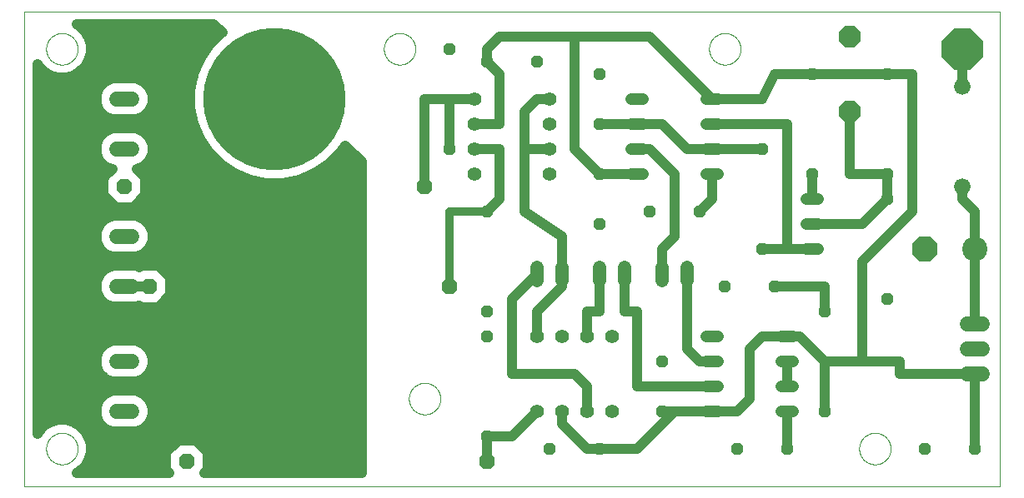
<source format=gtl>
G75*
%MOIN*%
%OFA0B0*%
%FSLAX25Y25*%
%IPPOS*%
%LPD*%
%AMOC8*
5,1,8,0,0,1.08239X$1,22.5*
%
%ADD10C,0.00000*%
%ADD11C,0.10000*%
%ADD12OC8,0.10000*%
%ADD13OC8,0.04800*%
%ADD14C,0.04800*%
%ADD15C,0.05512*%
%ADD16C,0.05400*%
%ADD17OC8,0.16400*%
%ADD18C,0.57000*%
%ADD19C,0.03562*%
%ADD20C,0.06000*%
%ADD21OC8,0.06300*%
%ADD22C,0.06600*%
%ADD23OC8,0.08500*%
%ADD24C,0.04000*%
%ADD25C,0.03200*%
D10*
X0003000Y0003000D02*
X0003000Y0193000D01*
X0393000Y0193000D01*
X0393000Y0003000D01*
X0003000Y0003000D01*
X0011701Y0018000D02*
X0011703Y0018158D01*
X0011709Y0018316D01*
X0011719Y0018474D01*
X0011733Y0018632D01*
X0011751Y0018789D01*
X0011772Y0018946D01*
X0011798Y0019102D01*
X0011828Y0019258D01*
X0011861Y0019413D01*
X0011899Y0019566D01*
X0011940Y0019719D01*
X0011985Y0019871D01*
X0012034Y0020022D01*
X0012087Y0020171D01*
X0012143Y0020319D01*
X0012203Y0020465D01*
X0012267Y0020610D01*
X0012335Y0020753D01*
X0012406Y0020895D01*
X0012480Y0021035D01*
X0012558Y0021172D01*
X0012640Y0021308D01*
X0012724Y0021442D01*
X0012813Y0021573D01*
X0012904Y0021702D01*
X0012999Y0021829D01*
X0013096Y0021954D01*
X0013197Y0022076D01*
X0013301Y0022195D01*
X0013408Y0022312D01*
X0013518Y0022426D01*
X0013631Y0022537D01*
X0013746Y0022646D01*
X0013864Y0022751D01*
X0013985Y0022853D01*
X0014108Y0022953D01*
X0014234Y0023049D01*
X0014362Y0023142D01*
X0014492Y0023232D01*
X0014625Y0023318D01*
X0014760Y0023402D01*
X0014896Y0023481D01*
X0015035Y0023558D01*
X0015176Y0023630D01*
X0015318Y0023700D01*
X0015462Y0023765D01*
X0015608Y0023827D01*
X0015755Y0023885D01*
X0015904Y0023940D01*
X0016054Y0023991D01*
X0016205Y0024038D01*
X0016357Y0024081D01*
X0016510Y0024120D01*
X0016665Y0024156D01*
X0016820Y0024187D01*
X0016976Y0024215D01*
X0017132Y0024239D01*
X0017289Y0024259D01*
X0017447Y0024275D01*
X0017604Y0024287D01*
X0017763Y0024295D01*
X0017921Y0024299D01*
X0018079Y0024299D01*
X0018237Y0024295D01*
X0018396Y0024287D01*
X0018553Y0024275D01*
X0018711Y0024259D01*
X0018868Y0024239D01*
X0019024Y0024215D01*
X0019180Y0024187D01*
X0019335Y0024156D01*
X0019490Y0024120D01*
X0019643Y0024081D01*
X0019795Y0024038D01*
X0019946Y0023991D01*
X0020096Y0023940D01*
X0020245Y0023885D01*
X0020392Y0023827D01*
X0020538Y0023765D01*
X0020682Y0023700D01*
X0020824Y0023630D01*
X0020965Y0023558D01*
X0021104Y0023481D01*
X0021240Y0023402D01*
X0021375Y0023318D01*
X0021508Y0023232D01*
X0021638Y0023142D01*
X0021766Y0023049D01*
X0021892Y0022953D01*
X0022015Y0022853D01*
X0022136Y0022751D01*
X0022254Y0022646D01*
X0022369Y0022537D01*
X0022482Y0022426D01*
X0022592Y0022312D01*
X0022699Y0022195D01*
X0022803Y0022076D01*
X0022904Y0021954D01*
X0023001Y0021829D01*
X0023096Y0021702D01*
X0023187Y0021573D01*
X0023276Y0021442D01*
X0023360Y0021308D01*
X0023442Y0021172D01*
X0023520Y0021035D01*
X0023594Y0020895D01*
X0023665Y0020753D01*
X0023733Y0020610D01*
X0023797Y0020465D01*
X0023857Y0020319D01*
X0023913Y0020171D01*
X0023966Y0020022D01*
X0024015Y0019871D01*
X0024060Y0019719D01*
X0024101Y0019566D01*
X0024139Y0019413D01*
X0024172Y0019258D01*
X0024202Y0019102D01*
X0024228Y0018946D01*
X0024249Y0018789D01*
X0024267Y0018632D01*
X0024281Y0018474D01*
X0024291Y0018316D01*
X0024297Y0018158D01*
X0024299Y0018000D01*
X0024297Y0017842D01*
X0024291Y0017684D01*
X0024281Y0017526D01*
X0024267Y0017368D01*
X0024249Y0017211D01*
X0024228Y0017054D01*
X0024202Y0016898D01*
X0024172Y0016742D01*
X0024139Y0016587D01*
X0024101Y0016434D01*
X0024060Y0016281D01*
X0024015Y0016129D01*
X0023966Y0015978D01*
X0023913Y0015829D01*
X0023857Y0015681D01*
X0023797Y0015535D01*
X0023733Y0015390D01*
X0023665Y0015247D01*
X0023594Y0015105D01*
X0023520Y0014965D01*
X0023442Y0014828D01*
X0023360Y0014692D01*
X0023276Y0014558D01*
X0023187Y0014427D01*
X0023096Y0014298D01*
X0023001Y0014171D01*
X0022904Y0014046D01*
X0022803Y0013924D01*
X0022699Y0013805D01*
X0022592Y0013688D01*
X0022482Y0013574D01*
X0022369Y0013463D01*
X0022254Y0013354D01*
X0022136Y0013249D01*
X0022015Y0013147D01*
X0021892Y0013047D01*
X0021766Y0012951D01*
X0021638Y0012858D01*
X0021508Y0012768D01*
X0021375Y0012682D01*
X0021240Y0012598D01*
X0021104Y0012519D01*
X0020965Y0012442D01*
X0020824Y0012370D01*
X0020682Y0012300D01*
X0020538Y0012235D01*
X0020392Y0012173D01*
X0020245Y0012115D01*
X0020096Y0012060D01*
X0019946Y0012009D01*
X0019795Y0011962D01*
X0019643Y0011919D01*
X0019490Y0011880D01*
X0019335Y0011844D01*
X0019180Y0011813D01*
X0019024Y0011785D01*
X0018868Y0011761D01*
X0018711Y0011741D01*
X0018553Y0011725D01*
X0018396Y0011713D01*
X0018237Y0011705D01*
X0018079Y0011701D01*
X0017921Y0011701D01*
X0017763Y0011705D01*
X0017604Y0011713D01*
X0017447Y0011725D01*
X0017289Y0011741D01*
X0017132Y0011761D01*
X0016976Y0011785D01*
X0016820Y0011813D01*
X0016665Y0011844D01*
X0016510Y0011880D01*
X0016357Y0011919D01*
X0016205Y0011962D01*
X0016054Y0012009D01*
X0015904Y0012060D01*
X0015755Y0012115D01*
X0015608Y0012173D01*
X0015462Y0012235D01*
X0015318Y0012300D01*
X0015176Y0012370D01*
X0015035Y0012442D01*
X0014896Y0012519D01*
X0014760Y0012598D01*
X0014625Y0012682D01*
X0014492Y0012768D01*
X0014362Y0012858D01*
X0014234Y0012951D01*
X0014108Y0013047D01*
X0013985Y0013147D01*
X0013864Y0013249D01*
X0013746Y0013354D01*
X0013631Y0013463D01*
X0013518Y0013574D01*
X0013408Y0013688D01*
X0013301Y0013805D01*
X0013197Y0013924D01*
X0013096Y0014046D01*
X0012999Y0014171D01*
X0012904Y0014298D01*
X0012813Y0014427D01*
X0012724Y0014558D01*
X0012640Y0014692D01*
X0012558Y0014828D01*
X0012480Y0014965D01*
X0012406Y0015105D01*
X0012335Y0015247D01*
X0012267Y0015390D01*
X0012203Y0015535D01*
X0012143Y0015681D01*
X0012087Y0015829D01*
X0012034Y0015978D01*
X0011985Y0016129D01*
X0011940Y0016281D01*
X0011899Y0016434D01*
X0011861Y0016587D01*
X0011828Y0016742D01*
X0011798Y0016898D01*
X0011772Y0017054D01*
X0011751Y0017211D01*
X0011733Y0017368D01*
X0011719Y0017526D01*
X0011709Y0017684D01*
X0011703Y0017842D01*
X0011701Y0018000D01*
X0156701Y0038000D02*
X0156703Y0038158D01*
X0156709Y0038316D01*
X0156719Y0038474D01*
X0156733Y0038632D01*
X0156751Y0038789D01*
X0156772Y0038946D01*
X0156798Y0039102D01*
X0156828Y0039258D01*
X0156861Y0039413D01*
X0156899Y0039566D01*
X0156940Y0039719D01*
X0156985Y0039871D01*
X0157034Y0040022D01*
X0157087Y0040171D01*
X0157143Y0040319D01*
X0157203Y0040465D01*
X0157267Y0040610D01*
X0157335Y0040753D01*
X0157406Y0040895D01*
X0157480Y0041035D01*
X0157558Y0041172D01*
X0157640Y0041308D01*
X0157724Y0041442D01*
X0157813Y0041573D01*
X0157904Y0041702D01*
X0157999Y0041829D01*
X0158096Y0041954D01*
X0158197Y0042076D01*
X0158301Y0042195D01*
X0158408Y0042312D01*
X0158518Y0042426D01*
X0158631Y0042537D01*
X0158746Y0042646D01*
X0158864Y0042751D01*
X0158985Y0042853D01*
X0159108Y0042953D01*
X0159234Y0043049D01*
X0159362Y0043142D01*
X0159492Y0043232D01*
X0159625Y0043318D01*
X0159760Y0043402D01*
X0159896Y0043481D01*
X0160035Y0043558D01*
X0160176Y0043630D01*
X0160318Y0043700D01*
X0160462Y0043765D01*
X0160608Y0043827D01*
X0160755Y0043885D01*
X0160904Y0043940D01*
X0161054Y0043991D01*
X0161205Y0044038D01*
X0161357Y0044081D01*
X0161510Y0044120D01*
X0161665Y0044156D01*
X0161820Y0044187D01*
X0161976Y0044215D01*
X0162132Y0044239D01*
X0162289Y0044259D01*
X0162447Y0044275D01*
X0162604Y0044287D01*
X0162763Y0044295D01*
X0162921Y0044299D01*
X0163079Y0044299D01*
X0163237Y0044295D01*
X0163396Y0044287D01*
X0163553Y0044275D01*
X0163711Y0044259D01*
X0163868Y0044239D01*
X0164024Y0044215D01*
X0164180Y0044187D01*
X0164335Y0044156D01*
X0164490Y0044120D01*
X0164643Y0044081D01*
X0164795Y0044038D01*
X0164946Y0043991D01*
X0165096Y0043940D01*
X0165245Y0043885D01*
X0165392Y0043827D01*
X0165538Y0043765D01*
X0165682Y0043700D01*
X0165824Y0043630D01*
X0165965Y0043558D01*
X0166104Y0043481D01*
X0166240Y0043402D01*
X0166375Y0043318D01*
X0166508Y0043232D01*
X0166638Y0043142D01*
X0166766Y0043049D01*
X0166892Y0042953D01*
X0167015Y0042853D01*
X0167136Y0042751D01*
X0167254Y0042646D01*
X0167369Y0042537D01*
X0167482Y0042426D01*
X0167592Y0042312D01*
X0167699Y0042195D01*
X0167803Y0042076D01*
X0167904Y0041954D01*
X0168001Y0041829D01*
X0168096Y0041702D01*
X0168187Y0041573D01*
X0168276Y0041442D01*
X0168360Y0041308D01*
X0168442Y0041172D01*
X0168520Y0041035D01*
X0168594Y0040895D01*
X0168665Y0040753D01*
X0168733Y0040610D01*
X0168797Y0040465D01*
X0168857Y0040319D01*
X0168913Y0040171D01*
X0168966Y0040022D01*
X0169015Y0039871D01*
X0169060Y0039719D01*
X0169101Y0039566D01*
X0169139Y0039413D01*
X0169172Y0039258D01*
X0169202Y0039102D01*
X0169228Y0038946D01*
X0169249Y0038789D01*
X0169267Y0038632D01*
X0169281Y0038474D01*
X0169291Y0038316D01*
X0169297Y0038158D01*
X0169299Y0038000D01*
X0169297Y0037842D01*
X0169291Y0037684D01*
X0169281Y0037526D01*
X0169267Y0037368D01*
X0169249Y0037211D01*
X0169228Y0037054D01*
X0169202Y0036898D01*
X0169172Y0036742D01*
X0169139Y0036587D01*
X0169101Y0036434D01*
X0169060Y0036281D01*
X0169015Y0036129D01*
X0168966Y0035978D01*
X0168913Y0035829D01*
X0168857Y0035681D01*
X0168797Y0035535D01*
X0168733Y0035390D01*
X0168665Y0035247D01*
X0168594Y0035105D01*
X0168520Y0034965D01*
X0168442Y0034828D01*
X0168360Y0034692D01*
X0168276Y0034558D01*
X0168187Y0034427D01*
X0168096Y0034298D01*
X0168001Y0034171D01*
X0167904Y0034046D01*
X0167803Y0033924D01*
X0167699Y0033805D01*
X0167592Y0033688D01*
X0167482Y0033574D01*
X0167369Y0033463D01*
X0167254Y0033354D01*
X0167136Y0033249D01*
X0167015Y0033147D01*
X0166892Y0033047D01*
X0166766Y0032951D01*
X0166638Y0032858D01*
X0166508Y0032768D01*
X0166375Y0032682D01*
X0166240Y0032598D01*
X0166104Y0032519D01*
X0165965Y0032442D01*
X0165824Y0032370D01*
X0165682Y0032300D01*
X0165538Y0032235D01*
X0165392Y0032173D01*
X0165245Y0032115D01*
X0165096Y0032060D01*
X0164946Y0032009D01*
X0164795Y0031962D01*
X0164643Y0031919D01*
X0164490Y0031880D01*
X0164335Y0031844D01*
X0164180Y0031813D01*
X0164024Y0031785D01*
X0163868Y0031761D01*
X0163711Y0031741D01*
X0163553Y0031725D01*
X0163396Y0031713D01*
X0163237Y0031705D01*
X0163079Y0031701D01*
X0162921Y0031701D01*
X0162763Y0031705D01*
X0162604Y0031713D01*
X0162447Y0031725D01*
X0162289Y0031741D01*
X0162132Y0031761D01*
X0161976Y0031785D01*
X0161820Y0031813D01*
X0161665Y0031844D01*
X0161510Y0031880D01*
X0161357Y0031919D01*
X0161205Y0031962D01*
X0161054Y0032009D01*
X0160904Y0032060D01*
X0160755Y0032115D01*
X0160608Y0032173D01*
X0160462Y0032235D01*
X0160318Y0032300D01*
X0160176Y0032370D01*
X0160035Y0032442D01*
X0159896Y0032519D01*
X0159760Y0032598D01*
X0159625Y0032682D01*
X0159492Y0032768D01*
X0159362Y0032858D01*
X0159234Y0032951D01*
X0159108Y0033047D01*
X0158985Y0033147D01*
X0158864Y0033249D01*
X0158746Y0033354D01*
X0158631Y0033463D01*
X0158518Y0033574D01*
X0158408Y0033688D01*
X0158301Y0033805D01*
X0158197Y0033924D01*
X0158096Y0034046D01*
X0157999Y0034171D01*
X0157904Y0034298D01*
X0157813Y0034427D01*
X0157724Y0034558D01*
X0157640Y0034692D01*
X0157558Y0034828D01*
X0157480Y0034965D01*
X0157406Y0035105D01*
X0157335Y0035247D01*
X0157267Y0035390D01*
X0157203Y0035535D01*
X0157143Y0035681D01*
X0157087Y0035829D01*
X0157034Y0035978D01*
X0156985Y0036129D01*
X0156940Y0036281D01*
X0156899Y0036434D01*
X0156861Y0036587D01*
X0156828Y0036742D01*
X0156798Y0036898D01*
X0156772Y0037054D01*
X0156751Y0037211D01*
X0156733Y0037368D01*
X0156719Y0037526D01*
X0156709Y0037684D01*
X0156703Y0037842D01*
X0156701Y0038000D01*
X0336701Y0018000D02*
X0336703Y0018158D01*
X0336709Y0018316D01*
X0336719Y0018474D01*
X0336733Y0018632D01*
X0336751Y0018789D01*
X0336772Y0018946D01*
X0336798Y0019102D01*
X0336828Y0019258D01*
X0336861Y0019413D01*
X0336899Y0019566D01*
X0336940Y0019719D01*
X0336985Y0019871D01*
X0337034Y0020022D01*
X0337087Y0020171D01*
X0337143Y0020319D01*
X0337203Y0020465D01*
X0337267Y0020610D01*
X0337335Y0020753D01*
X0337406Y0020895D01*
X0337480Y0021035D01*
X0337558Y0021172D01*
X0337640Y0021308D01*
X0337724Y0021442D01*
X0337813Y0021573D01*
X0337904Y0021702D01*
X0337999Y0021829D01*
X0338096Y0021954D01*
X0338197Y0022076D01*
X0338301Y0022195D01*
X0338408Y0022312D01*
X0338518Y0022426D01*
X0338631Y0022537D01*
X0338746Y0022646D01*
X0338864Y0022751D01*
X0338985Y0022853D01*
X0339108Y0022953D01*
X0339234Y0023049D01*
X0339362Y0023142D01*
X0339492Y0023232D01*
X0339625Y0023318D01*
X0339760Y0023402D01*
X0339896Y0023481D01*
X0340035Y0023558D01*
X0340176Y0023630D01*
X0340318Y0023700D01*
X0340462Y0023765D01*
X0340608Y0023827D01*
X0340755Y0023885D01*
X0340904Y0023940D01*
X0341054Y0023991D01*
X0341205Y0024038D01*
X0341357Y0024081D01*
X0341510Y0024120D01*
X0341665Y0024156D01*
X0341820Y0024187D01*
X0341976Y0024215D01*
X0342132Y0024239D01*
X0342289Y0024259D01*
X0342447Y0024275D01*
X0342604Y0024287D01*
X0342763Y0024295D01*
X0342921Y0024299D01*
X0343079Y0024299D01*
X0343237Y0024295D01*
X0343396Y0024287D01*
X0343553Y0024275D01*
X0343711Y0024259D01*
X0343868Y0024239D01*
X0344024Y0024215D01*
X0344180Y0024187D01*
X0344335Y0024156D01*
X0344490Y0024120D01*
X0344643Y0024081D01*
X0344795Y0024038D01*
X0344946Y0023991D01*
X0345096Y0023940D01*
X0345245Y0023885D01*
X0345392Y0023827D01*
X0345538Y0023765D01*
X0345682Y0023700D01*
X0345824Y0023630D01*
X0345965Y0023558D01*
X0346104Y0023481D01*
X0346240Y0023402D01*
X0346375Y0023318D01*
X0346508Y0023232D01*
X0346638Y0023142D01*
X0346766Y0023049D01*
X0346892Y0022953D01*
X0347015Y0022853D01*
X0347136Y0022751D01*
X0347254Y0022646D01*
X0347369Y0022537D01*
X0347482Y0022426D01*
X0347592Y0022312D01*
X0347699Y0022195D01*
X0347803Y0022076D01*
X0347904Y0021954D01*
X0348001Y0021829D01*
X0348096Y0021702D01*
X0348187Y0021573D01*
X0348276Y0021442D01*
X0348360Y0021308D01*
X0348442Y0021172D01*
X0348520Y0021035D01*
X0348594Y0020895D01*
X0348665Y0020753D01*
X0348733Y0020610D01*
X0348797Y0020465D01*
X0348857Y0020319D01*
X0348913Y0020171D01*
X0348966Y0020022D01*
X0349015Y0019871D01*
X0349060Y0019719D01*
X0349101Y0019566D01*
X0349139Y0019413D01*
X0349172Y0019258D01*
X0349202Y0019102D01*
X0349228Y0018946D01*
X0349249Y0018789D01*
X0349267Y0018632D01*
X0349281Y0018474D01*
X0349291Y0018316D01*
X0349297Y0018158D01*
X0349299Y0018000D01*
X0349297Y0017842D01*
X0349291Y0017684D01*
X0349281Y0017526D01*
X0349267Y0017368D01*
X0349249Y0017211D01*
X0349228Y0017054D01*
X0349202Y0016898D01*
X0349172Y0016742D01*
X0349139Y0016587D01*
X0349101Y0016434D01*
X0349060Y0016281D01*
X0349015Y0016129D01*
X0348966Y0015978D01*
X0348913Y0015829D01*
X0348857Y0015681D01*
X0348797Y0015535D01*
X0348733Y0015390D01*
X0348665Y0015247D01*
X0348594Y0015105D01*
X0348520Y0014965D01*
X0348442Y0014828D01*
X0348360Y0014692D01*
X0348276Y0014558D01*
X0348187Y0014427D01*
X0348096Y0014298D01*
X0348001Y0014171D01*
X0347904Y0014046D01*
X0347803Y0013924D01*
X0347699Y0013805D01*
X0347592Y0013688D01*
X0347482Y0013574D01*
X0347369Y0013463D01*
X0347254Y0013354D01*
X0347136Y0013249D01*
X0347015Y0013147D01*
X0346892Y0013047D01*
X0346766Y0012951D01*
X0346638Y0012858D01*
X0346508Y0012768D01*
X0346375Y0012682D01*
X0346240Y0012598D01*
X0346104Y0012519D01*
X0345965Y0012442D01*
X0345824Y0012370D01*
X0345682Y0012300D01*
X0345538Y0012235D01*
X0345392Y0012173D01*
X0345245Y0012115D01*
X0345096Y0012060D01*
X0344946Y0012009D01*
X0344795Y0011962D01*
X0344643Y0011919D01*
X0344490Y0011880D01*
X0344335Y0011844D01*
X0344180Y0011813D01*
X0344024Y0011785D01*
X0343868Y0011761D01*
X0343711Y0011741D01*
X0343553Y0011725D01*
X0343396Y0011713D01*
X0343237Y0011705D01*
X0343079Y0011701D01*
X0342921Y0011701D01*
X0342763Y0011705D01*
X0342604Y0011713D01*
X0342447Y0011725D01*
X0342289Y0011741D01*
X0342132Y0011761D01*
X0341976Y0011785D01*
X0341820Y0011813D01*
X0341665Y0011844D01*
X0341510Y0011880D01*
X0341357Y0011919D01*
X0341205Y0011962D01*
X0341054Y0012009D01*
X0340904Y0012060D01*
X0340755Y0012115D01*
X0340608Y0012173D01*
X0340462Y0012235D01*
X0340318Y0012300D01*
X0340176Y0012370D01*
X0340035Y0012442D01*
X0339896Y0012519D01*
X0339760Y0012598D01*
X0339625Y0012682D01*
X0339492Y0012768D01*
X0339362Y0012858D01*
X0339234Y0012951D01*
X0339108Y0013047D01*
X0338985Y0013147D01*
X0338864Y0013249D01*
X0338746Y0013354D01*
X0338631Y0013463D01*
X0338518Y0013574D01*
X0338408Y0013688D01*
X0338301Y0013805D01*
X0338197Y0013924D01*
X0338096Y0014046D01*
X0337999Y0014171D01*
X0337904Y0014298D01*
X0337813Y0014427D01*
X0337724Y0014558D01*
X0337640Y0014692D01*
X0337558Y0014828D01*
X0337480Y0014965D01*
X0337406Y0015105D01*
X0337335Y0015247D01*
X0337267Y0015390D01*
X0337203Y0015535D01*
X0337143Y0015681D01*
X0337087Y0015829D01*
X0337034Y0015978D01*
X0336985Y0016129D01*
X0336940Y0016281D01*
X0336899Y0016434D01*
X0336861Y0016587D01*
X0336828Y0016742D01*
X0336798Y0016898D01*
X0336772Y0017054D01*
X0336751Y0017211D01*
X0336733Y0017368D01*
X0336719Y0017526D01*
X0336709Y0017684D01*
X0336703Y0017842D01*
X0336701Y0018000D01*
X0276701Y0178000D02*
X0276703Y0178158D01*
X0276709Y0178316D01*
X0276719Y0178474D01*
X0276733Y0178632D01*
X0276751Y0178789D01*
X0276772Y0178946D01*
X0276798Y0179102D01*
X0276828Y0179258D01*
X0276861Y0179413D01*
X0276899Y0179566D01*
X0276940Y0179719D01*
X0276985Y0179871D01*
X0277034Y0180022D01*
X0277087Y0180171D01*
X0277143Y0180319D01*
X0277203Y0180465D01*
X0277267Y0180610D01*
X0277335Y0180753D01*
X0277406Y0180895D01*
X0277480Y0181035D01*
X0277558Y0181172D01*
X0277640Y0181308D01*
X0277724Y0181442D01*
X0277813Y0181573D01*
X0277904Y0181702D01*
X0277999Y0181829D01*
X0278096Y0181954D01*
X0278197Y0182076D01*
X0278301Y0182195D01*
X0278408Y0182312D01*
X0278518Y0182426D01*
X0278631Y0182537D01*
X0278746Y0182646D01*
X0278864Y0182751D01*
X0278985Y0182853D01*
X0279108Y0182953D01*
X0279234Y0183049D01*
X0279362Y0183142D01*
X0279492Y0183232D01*
X0279625Y0183318D01*
X0279760Y0183402D01*
X0279896Y0183481D01*
X0280035Y0183558D01*
X0280176Y0183630D01*
X0280318Y0183700D01*
X0280462Y0183765D01*
X0280608Y0183827D01*
X0280755Y0183885D01*
X0280904Y0183940D01*
X0281054Y0183991D01*
X0281205Y0184038D01*
X0281357Y0184081D01*
X0281510Y0184120D01*
X0281665Y0184156D01*
X0281820Y0184187D01*
X0281976Y0184215D01*
X0282132Y0184239D01*
X0282289Y0184259D01*
X0282447Y0184275D01*
X0282604Y0184287D01*
X0282763Y0184295D01*
X0282921Y0184299D01*
X0283079Y0184299D01*
X0283237Y0184295D01*
X0283396Y0184287D01*
X0283553Y0184275D01*
X0283711Y0184259D01*
X0283868Y0184239D01*
X0284024Y0184215D01*
X0284180Y0184187D01*
X0284335Y0184156D01*
X0284490Y0184120D01*
X0284643Y0184081D01*
X0284795Y0184038D01*
X0284946Y0183991D01*
X0285096Y0183940D01*
X0285245Y0183885D01*
X0285392Y0183827D01*
X0285538Y0183765D01*
X0285682Y0183700D01*
X0285824Y0183630D01*
X0285965Y0183558D01*
X0286104Y0183481D01*
X0286240Y0183402D01*
X0286375Y0183318D01*
X0286508Y0183232D01*
X0286638Y0183142D01*
X0286766Y0183049D01*
X0286892Y0182953D01*
X0287015Y0182853D01*
X0287136Y0182751D01*
X0287254Y0182646D01*
X0287369Y0182537D01*
X0287482Y0182426D01*
X0287592Y0182312D01*
X0287699Y0182195D01*
X0287803Y0182076D01*
X0287904Y0181954D01*
X0288001Y0181829D01*
X0288096Y0181702D01*
X0288187Y0181573D01*
X0288276Y0181442D01*
X0288360Y0181308D01*
X0288442Y0181172D01*
X0288520Y0181035D01*
X0288594Y0180895D01*
X0288665Y0180753D01*
X0288733Y0180610D01*
X0288797Y0180465D01*
X0288857Y0180319D01*
X0288913Y0180171D01*
X0288966Y0180022D01*
X0289015Y0179871D01*
X0289060Y0179719D01*
X0289101Y0179566D01*
X0289139Y0179413D01*
X0289172Y0179258D01*
X0289202Y0179102D01*
X0289228Y0178946D01*
X0289249Y0178789D01*
X0289267Y0178632D01*
X0289281Y0178474D01*
X0289291Y0178316D01*
X0289297Y0178158D01*
X0289299Y0178000D01*
X0289297Y0177842D01*
X0289291Y0177684D01*
X0289281Y0177526D01*
X0289267Y0177368D01*
X0289249Y0177211D01*
X0289228Y0177054D01*
X0289202Y0176898D01*
X0289172Y0176742D01*
X0289139Y0176587D01*
X0289101Y0176434D01*
X0289060Y0176281D01*
X0289015Y0176129D01*
X0288966Y0175978D01*
X0288913Y0175829D01*
X0288857Y0175681D01*
X0288797Y0175535D01*
X0288733Y0175390D01*
X0288665Y0175247D01*
X0288594Y0175105D01*
X0288520Y0174965D01*
X0288442Y0174828D01*
X0288360Y0174692D01*
X0288276Y0174558D01*
X0288187Y0174427D01*
X0288096Y0174298D01*
X0288001Y0174171D01*
X0287904Y0174046D01*
X0287803Y0173924D01*
X0287699Y0173805D01*
X0287592Y0173688D01*
X0287482Y0173574D01*
X0287369Y0173463D01*
X0287254Y0173354D01*
X0287136Y0173249D01*
X0287015Y0173147D01*
X0286892Y0173047D01*
X0286766Y0172951D01*
X0286638Y0172858D01*
X0286508Y0172768D01*
X0286375Y0172682D01*
X0286240Y0172598D01*
X0286104Y0172519D01*
X0285965Y0172442D01*
X0285824Y0172370D01*
X0285682Y0172300D01*
X0285538Y0172235D01*
X0285392Y0172173D01*
X0285245Y0172115D01*
X0285096Y0172060D01*
X0284946Y0172009D01*
X0284795Y0171962D01*
X0284643Y0171919D01*
X0284490Y0171880D01*
X0284335Y0171844D01*
X0284180Y0171813D01*
X0284024Y0171785D01*
X0283868Y0171761D01*
X0283711Y0171741D01*
X0283553Y0171725D01*
X0283396Y0171713D01*
X0283237Y0171705D01*
X0283079Y0171701D01*
X0282921Y0171701D01*
X0282763Y0171705D01*
X0282604Y0171713D01*
X0282447Y0171725D01*
X0282289Y0171741D01*
X0282132Y0171761D01*
X0281976Y0171785D01*
X0281820Y0171813D01*
X0281665Y0171844D01*
X0281510Y0171880D01*
X0281357Y0171919D01*
X0281205Y0171962D01*
X0281054Y0172009D01*
X0280904Y0172060D01*
X0280755Y0172115D01*
X0280608Y0172173D01*
X0280462Y0172235D01*
X0280318Y0172300D01*
X0280176Y0172370D01*
X0280035Y0172442D01*
X0279896Y0172519D01*
X0279760Y0172598D01*
X0279625Y0172682D01*
X0279492Y0172768D01*
X0279362Y0172858D01*
X0279234Y0172951D01*
X0279108Y0173047D01*
X0278985Y0173147D01*
X0278864Y0173249D01*
X0278746Y0173354D01*
X0278631Y0173463D01*
X0278518Y0173574D01*
X0278408Y0173688D01*
X0278301Y0173805D01*
X0278197Y0173924D01*
X0278096Y0174046D01*
X0277999Y0174171D01*
X0277904Y0174298D01*
X0277813Y0174427D01*
X0277724Y0174558D01*
X0277640Y0174692D01*
X0277558Y0174828D01*
X0277480Y0174965D01*
X0277406Y0175105D01*
X0277335Y0175247D01*
X0277267Y0175390D01*
X0277203Y0175535D01*
X0277143Y0175681D01*
X0277087Y0175829D01*
X0277034Y0175978D01*
X0276985Y0176129D01*
X0276940Y0176281D01*
X0276899Y0176434D01*
X0276861Y0176587D01*
X0276828Y0176742D01*
X0276798Y0176898D01*
X0276772Y0177054D01*
X0276751Y0177211D01*
X0276733Y0177368D01*
X0276719Y0177526D01*
X0276709Y0177684D01*
X0276703Y0177842D01*
X0276701Y0178000D01*
X0146701Y0178000D02*
X0146703Y0178158D01*
X0146709Y0178316D01*
X0146719Y0178474D01*
X0146733Y0178632D01*
X0146751Y0178789D01*
X0146772Y0178946D01*
X0146798Y0179102D01*
X0146828Y0179258D01*
X0146861Y0179413D01*
X0146899Y0179566D01*
X0146940Y0179719D01*
X0146985Y0179871D01*
X0147034Y0180022D01*
X0147087Y0180171D01*
X0147143Y0180319D01*
X0147203Y0180465D01*
X0147267Y0180610D01*
X0147335Y0180753D01*
X0147406Y0180895D01*
X0147480Y0181035D01*
X0147558Y0181172D01*
X0147640Y0181308D01*
X0147724Y0181442D01*
X0147813Y0181573D01*
X0147904Y0181702D01*
X0147999Y0181829D01*
X0148096Y0181954D01*
X0148197Y0182076D01*
X0148301Y0182195D01*
X0148408Y0182312D01*
X0148518Y0182426D01*
X0148631Y0182537D01*
X0148746Y0182646D01*
X0148864Y0182751D01*
X0148985Y0182853D01*
X0149108Y0182953D01*
X0149234Y0183049D01*
X0149362Y0183142D01*
X0149492Y0183232D01*
X0149625Y0183318D01*
X0149760Y0183402D01*
X0149896Y0183481D01*
X0150035Y0183558D01*
X0150176Y0183630D01*
X0150318Y0183700D01*
X0150462Y0183765D01*
X0150608Y0183827D01*
X0150755Y0183885D01*
X0150904Y0183940D01*
X0151054Y0183991D01*
X0151205Y0184038D01*
X0151357Y0184081D01*
X0151510Y0184120D01*
X0151665Y0184156D01*
X0151820Y0184187D01*
X0151976Y0184215D01*
X0152132Y0184239D01*
X0152289Y0184259D01*
X0152447Y0184275D01*
X0152604Y0184287D01*
X0152763Y0184295D01*
X0152921Y0184299D01*
X0153079Y0184299D01*
X0153237Y0184295D01*
X0153396Y0184287D01*
X0153553Y0184275D01*
X0153711Y0184259D01*
X0153868Y0184239D01*
X0154024Y0184215D01*
X0154180Y0184187D01*
X0154335Y0184156D01*
X0154490Y0184120D01*
X0154643Y0184081D01*
X0154795Y0184038D01*
X0154946Y0183991D01*
X0155096Y0183940D01*
X0155245Y0183885D01*
X0155392Y0183827D01*
X0155538Y0183765D01*
X0155682Y0183700D01*
X0155824Y0183630D01*
X0155965Y0183558D01*
X0156104Y0183481D01*
X0156240Y0183402D01*
X0156375Y0183318D01*
X0156508Y0183232D01*
X0156638Y0183142D01*
X0156766Y0183049D01*
X0156892Y0182953D01*
X0157015Y0182853D01*
X0157136Y0182751D01*
X0157254Y0182646D01*
X0157369Y0182537D01*
X0157482Y0182426D01*
X0157592Y0182312D01*
X0157699Y0182195D01*
X0157803Y0182076D01*
X0157904Y0181954D01*
X0158001Y0181829D01*
X0158096Y0181702D01*
X0158187Y0181573D01*
X0158276Y0181442D01*
X0158360Y0181308D01*
X0158442Y0181172D01*
X0158520Y0181035D01*
X0158594Y0180895D01*
X0158665Y0180753D01*
X0158733Y0180610D01*
X0158797Y0180465D01*
X0158857Y0180319D01*
X0158913Y0180171D01*
X0158966Y0180022D01*
X0159015Y0179871D01*
X0159060Y0179719D01*
X0159101Y0179566D01*
X0159139Y0179413D01*
X0159172Y0179258D01*
X0159202Y0179102D01*
X0159228Y0178946D01*
X0159249Y0178789D01*
X0159267Y0178632D01*
X0159281Y0178474D01*
X0159291Y0178316D01*
X0159297Y0178158D01*
X0159299Y0178000D01*
X0159297Y0177842D01*
X0159291Y0177684D01*
X0159281Y0177526D01*
X0159267Y0177368D01*
X0159249Y0177211D01*
X0159228Y0177054D01*
X0159202Y0176898D01*
X0159172Y0176742D01*
X0159139Y0176587D01*
X0159101Y0176434D01*
X0159060Y0176281D01*
X0159015Y0176129D01*
X0158966Y0175978D01*
X0158913Y0175829D01*
X0158857Y0175681D01*
X0158797Y0175535D01*
X0158733Y0175390D01*
X0158665Y0175247D01*
X0158594Y0175105D01*
X0158520Y0174965D01*
X0158442Y0174828D01*
X0158360Y0174692D01*
X0158276Y0174558D01*
X0158187Y0174427D01*
X0158096Y0174298D01*
X0158001Y0174171D01*
X0157904Y0174046D01*
X0157803Y0173924D01*
X0157699Y0173805D01*
X0157592Y0173688D01*
X0157482Y0173574D01*
X0157369Y0173463D01*
X0157254Y0173354D01*
X0157136Y0173249D01*
X0157015Y0173147D01*
X0156892Y0173047D01*
X0156766Y0172951D01*
X0156638Y0172858D01*
X0156508Y0172768D01*
X0156375Y0172682D01*
X0156240Y0172598D01*
X0156104Y0172519D01*
X0155965Y0172442D01*
X0155824Y0172370D01*
X0155682Y0172300D01*
X0155538Y0172235D01*
X0155392Y0172173D01*
X0155245Y0172115D01*
X0155096Y0172060D01*
X0154946Y0172009D01*
X0154795Y0171962D01*
X0154643Y0171919D01*
X0154490Y0171880D01*
X0154335Y0171844D01*
X0154180Y0171813D01*
X0154024Y0171785D01*
X0153868Y0171761D01*
X0153711Y0171741D01*
X0153553Y0171725D01*
X0153396Y0171713D01*
X0153237Y0171705D01*
X0153079Y0171701D01*
X0152921Y0171701D01*
X0152763Y0171705D01*
X0152604Y0171713D01*
X0152447Y0171725D01*
X0152289Y0171741D01*
X0152132Y0171761D01*
X0151976Y0171785D01*
X0151820Y0171813D01*
X0151665Y0171844D01*
X0151510Y0171880D01*
X0151357Y0171919D01*
X0151205Y0171962D01*
X0151054Y0172009D01*
X0150904Y0172060D01*
X0150755Y0172115D01*
X0150608Y0172173D01*
X0150462Y0172235D01*
X0150318Y0172300D01*
X0150176Y0172370D01*
X0150035Y0172442D01*
X0149896Y0172519D01*
X0149760Y0172598D01*
X0149625Y0172682D01*
X0149492Y0172768D01*
X0149362Y0172858D01*
X0149234Y0172951D01*
X0149108Y0173047D01*
X0148985Y0173147D01*
X0148864Y0173249D01*
X0148746Y0173354D01*
X0148631Y0173463D01*
X0148518Y0173574D01*
X0148408Y0173688D01*
X0148301Y0173805D01*
X0148197Y0173924D01*
X0148096Y0174046D01*
X0147999Y0174171D01*
X0147904Y0174298D01*
X0147813Y0174427D01*
X0147724Y0174558D01*
X0147640Y0174692D01*
X0147558Y0174828D01*
X0147480Y0174965D01*
X0147406Y0175105D01*
X0147335Y0175247D01*
X0147267Y0175390D01*
X0147203Y0175535D01*
X0147143Y0175681D01*
X0147087Y0175829D01*
X0147034Y0175978D01*
X0146985Y0176129D01*
X0146940Y0176281D01*
X0146899Y0176434D01*
X0146861Y0176587D01*
X0146828Y0176742D01*
X0146798Y0176898D01*
X0146772Y0177054D01*
X0146751Y0177211D01*
X0146733Y0177368D01*
X0146719Y0177526D01*
X0146709Y0177684D01*
X0146703Y0177842D01*
X0146701Y0178000D01*
X0011701Y0178000D02*
X0011703Y0178158D01*
X0011709Y0178316D01*
X0011719Y0178474D01*
X0011733Y0178632D01*
X0011751Y0178789D01*
X0011772Y0178946D01*
X0011798Y0179102D01*
X0011828Y0179258D01*
X0011861Y0179413D01*
X0011899Y0179566D01*
X0011940Y0179719D01*
X0011985Y0179871D01*
X0012034Y0180022D01*
X0012087Y0180171D01*
X0012143Y0180319D01*
X0012203Y0180465D01*
X0012267Y0180610D01*
X0012335Y0180753D01*
X0012406Y0180895D01*
X0012480Y0181035D01*
X0012558Y0181172D01*
X0012640Y0181308D01*
X0012724Y0181442D01*
X0012813Y0181573D01*
X0012904Y0181702D01*
X0012999Y0181829D01*
X0013096Y0181954D01*
X0013197Y0182076D01*
X0013301Y0182195D01*
X0013408Y0182312D01*
X0013518Y0182426D01*
X0013631Y0182537D01*
X0013746Y0182646D01*
X0013864Y0182751D01*
X0013985Y0182853D01*
X0014108Y0182953D01*
X0014234Y0183049D01*
X0014362Y0183142D01*
X0014492Y0183232D01*
X0014625Y0183318D01*
X0014760Y0183402D01*
X0014896Y0183481D01*
X0015035Y0183558D01*
X0015176Y0183630D01*
X0015318Y0183700D01*
X0015462Y0183765D01*
X0015608Y0183827D01*
X0015755Y0183885D01*
X0015904Y0183940D01*
X0016054Y0183991D01*
X0016205Y0184038D01*
X0016357Y0184081D01*
X0016510Y0184120D01*
X0016665Y0184156D01*
X0016820Y0184187D01*
X0016976Y0184215D01*
X0017132Y0184239D01*
X0017289Y0184259D01*
X0017447Y0184275D01*
X0017604Y0184287D01*
X0017763Y0184295D01*
X0017921Y0184299D01*
X0018079Y0184299D01*
X0018237Y0184295D01*
X0018396Y0184287D01*
X0018553Y0184275D01*
X0018711Y0184259D01*
X0018868Y0184239D01*
X0019024Y0184215D01*
X0019180Y0184187D01*
X0019335Y0184156D01*
X0019490Y0184120D01*
X0019643Y0184081D01*
X0019795Y0184038D01*
X0019946Y0183991D01*
X0020096Y0183940D01*
X0020245Y0183885D01*
X0020392Y0183827D01*
X0020538Y0183765D01*
X0020682Y0183700D01*
X0020824Y0183630D01*
X0020965Y0183558D01*
X0021104Y0183481D01*
X0021240Y0183402D01*
X0021375Y0183318D01*
X0021508Y0183232D01*
X0021638Y0183142D01*
X0021766Y0183049D01*
X0021892Y0182953D01*
X0022015Y0182853D01*
X0022136Y0182751D01*
X0022254Y0182646D01*
X0022369Y0182537D01*
X0022482Y0182426D01*
X0022592Y0182312D01*
X0022699Y0182195D01*
X0022803Y0182076D01*
X0022904Y0181954D01*
X0023001Y0181829D01*
X0023096Y0181702D01*
X0023187Y0181573D01*
X0023276Y0181442D01*
X0023360Y0181308D01*
X0023442Y0181172D01*
X0023520Y0181035D01*
X0023594Y0180895D01*
X0023665Y0180753D01*
X0023733Y0180610D01*
X0023797Y0180465D01*
X0023857Y0180319D01*
X0023913Y0180171D01*
X0023966Y0180022D01*
X0024015Y0179871D01*
X0024060Y0179719D01*
X0024101Y0179566D01*
X0024139Y0179413D01*
X0024172Y0179258D01*
X0024202Y0179102D01*
X0024228Y0178946D01*
X0024249Y0178789D01*
X0024267Y0178632D01*
X0024281Y0178474D01*
X0024291Y0178316D01*
X0024297Y0178158D01*
X0024299Y0178000D01*
X0024297Y0177842D01*
X0024291Y0177684D01*
X0024281Y0177526D01*
X0024267Y0177368D01*
X0024249Y0177211D01*
X0024228Y0177054D01*
X0024202Y0176898D01*
X0024172Y0176742D01*
X0024139Y0176587D01*
X0024101Y0176434D01*
X0024060Y0176281D01*
X0024015Y0176129D01*
X0023966Y0175978D01*
X0023913Y0175829D01*
X0023857Y0175681D01*
X0023797Y0175535D01*
X0023733Y0175390D01*
X0023665Y0175247D01*
X0023594Y0175105D01*
X0023520Y0174965D01*
X0023442Y0174828D01*
X0023360Y0174692D01*
X0023276Y0174558D01*
X0023187Y0174427D01*
X0023096Y0174298D01*
X0023001Y0174171D01*
X0022904Y0174046D01*
X0022803Y0173924D01*
X0022699Y0173805D01*
X0022592Y0173688D01*
X0022482Y0173574D01*
X0022369Y0173463D01*
X0022254Y0173354D01*
X0022136Y0173249D01*
X0022015Y0173147D01*
X0021892Y0173047D01*
X0021766Y0172951D01*
X0021638Y0172858D01*
X0021508Y0172768D01*
X0021375Y0172682D01*
X0021240Y0172598D01*
X0021104Y0172519D01*
X0020965Y0172442D01*
X0020824Y0172370D01*
X0020682Y0172300D01*
X0020538Y0172235D01*
X0020392Y0172173D01*
X0020245Y0172115D01*
X0020096Y0172060D01*
X0019946Y0172009D01*
X0019795Y0171962D01*
X0019643Y0171919D01*
X0019490Y0171880D01*
X0019335Y0171844D01*
X0019180Y0171813D01*
X0019024Y0171785D01*
X0018868Y0171761D01*
X0018711Y0171741D01*
X0018553Y0171725D01*
X0018396Y0171713D01*
X0018237Y0171705D01*
X0018079Y0171701D01*
X0017921Y0171701D01*
X0017763Y0171705D01*
X0017604Y0171713D01*
X0017447Y0171725D01*
X0017289Y0171741D01*
X0017132Y0171761D01*
X0016976Y0171785D01*
X0016820Y0171813D01*
X0016665Y0171844D01*
X0016510Y0171880D01*
X0016357Y0171919D01*
X0016205Y0171962D01*
X0016054Y0172009D01*
X0015904Y0172060D01*
X0015755Y0172115D01*
X0015608Y0172173D01*
X0015462Y0172235D01*
X0015318Y0172300D01*
X0015176Y0172370D01*
X0015035Y0172442D01*
X0014896Y0172519D01*
X0014760Y0172598D01*
X0014625Y0172682D01*
X0014492Y0172768D01*
X0014362Y0172858D01*
X0014234Y0172951D01*
X0014108Y0173047D01*
X0013985Y0173147D01*
X0013864Y0173249D01*
X0013746Y0173354D01*
X0013631Y0173463D01*
X0013518Y0173574D01*
X0013408Y0173688D01*
X0013301Y0173805D01*
X0013197Y0173924D01*
X0013096Y0174046D01*
X0012999Y0174171D01*
X0012904Y0174298D01*
X0012813Y0174427D01*
X0012724Y0174558D01*
X0012640Y0174692D01*
X0012558Y0174828D01*
X0012480Y0174965D01*
X0012406Y0175105D01*
X0012335Y0175247D01*
X0012267Y0175390D01*
X0012203Y0175535D01*
X0012143Y0175681D01*
X0012087Y0175829D01*
X0012034Y0175978D01*
X0011985Y0176129D01*
X0011940Y0176281D01*
X0011899Y0176434D01*
X0011861Y0176587D01*
X0011828Y0176742D01*
X0011798Y0176898D01*
X0011772Y0177054D01*
X0011751Y0177211D01*
X0011733Y0177368D01*
X0011719Y0177526D01*
X0011709Y0177684D01*
X0011703Y0177842D01*
X0011701Y0178000D01*
D11*
X0383000Y0098000D03*
D12*
X0363000Y0098000D03*
D13*
X0348000Y0118000D03*
X0348000Y0128000D03*
X0318000Y0128000D03*
X0298000Y0138000D03*
X0273000Y0113000D03*
X0253000Y0113000D03*
X0233000Y0108000D03*
X0233000Y0128000D03*
X0233000Y0148000D03*
X0233000Y0168000D03*
X0208000Y0173000D03*
X0188000Y0173000D03*
X0173000Y0178000D03*
X0173000Y0138000D03*
X0188000Y0113000D03*
X0188000Y0073000D03*
X0188000Y0063000D03*
X0258000Y0053000D03*
X0258000Y0033000D03*
X0233000Y0018000D03*
X0213000Y0018000D03*
X0188000Y0023000D03*
X0288000Y0018000D03*
X0308000Y0018000D03*
X0323000Y0033000D03*
X0363000Y0018000D03*
X0383000Y0018000D03*
X0323000Y0073000D03*
X0303000Y0083000D03*
X0283000Y0083000D03*
X0298000Y0098000D03*
X0348000Y0078000D03*
X0348000Y0168000D03*
X0318000Y0168000D03*
D14*
X0280400Y0158000D02*
X0275600Y0158000D01*
X0275600Y0148000D02*
X0280400Y0148000D01*
X0280400Y0138000D02*
X0275600Y0138000D01*
X0275600Y0128000D02*
X0280400Y0128000D01*
X0250400Y0128000D02*
X0245600Y0128000D01*
X0245600Y0138000D02*
X0250400Y0138000D01*
X0250400Y0148000D02*
X0245600Y0148000D01*
X0245600Y0158000D02*
X0250400Y0158000D01*
X0315600Y0118000D02*
X0320400Y0118000D01*
X0320400Y0108000D02*
X0315600Y0108000D01*
X0315600Y0098000D02*
X0320400Y0098000D01*
X0310400Y0063000D02*
X0305600Y0063000D01*
X0305600Y0053000D02*
X0310400Y0053000D01*
X0310400Y0043000D02*
X0305600Y0043000D01*
X0305600Y0033000D02*
X0310400Y0033000D01*
X0280400Y0033000D02*
X0275600Y0033000D01*
X0275600Y0043000D02*
X0280400Y0043000D01*
X0280400Y0053000D02*
X0275600Y0053000D01*
X0275600Y0063000D02*
X0280400Y0063000D01*
D15*
X0238000Y0063000D03*
X0228000Y0063000D03*
X0218000Y0063000D03*
X0208000Y0063000D03*
X0208000Y0033000D03*
X0218000Y0033000D03*
X0228000Y0033000D03*
X0238000Y0033000D03*
X0213000Y0128000D03*
X0213000Y0138000D03*
X0213000Y0148000D03*
X0213000Y0158000D03*
X0183000Y0158000D03*
X0183000Y0148000D03*
X0183000Y0138000D03*
X0183000Y0128000D03*
D16*
X0208000Y0090700D02*
X0208000Y0085300D01*
X0218000Y0085300D02*
X0218000Y0090700D01*
X0233000Y0090700D02*
X0233000Y0085300D01*
X0243000Y0085300D02*
X0243000Y0090700D01*
X0258000Y0090700D02*
X0258000Y0085300D01*
X0268000Y0085300D02*
X0268000Y0090700D01*
D17*
X0378000Y0178000D03*
D18*
X0103000Y0158000D03*
X0103000Y0048000D03*
D19*
X0088000Y0048000D03*
X0085000Y0045000D03*
X0082000Y0042000D03*
X0079000Y0045000D03*
X0082000Y0048000D03*
X0079000Y0051000D03*
X0082000Y0054000D03*
X0085000Y0051000D03*
X0088000Y0054000D03*
X0085000Y0057000D03*
X0082000Y0060000D03*
X0085000Y0063000D03*
X0088000Y0066000D03*
X0091000Y0063000D03*
X0094000Y0066000D03*
X0097000Y0063000D03*
X0100000Y0066000D03*
X0103000Y0063000D03*
X0106000Y0066000D03*
X0109000Y0063000D03*
X0112000Y0066000D03*
X0115000Y0063000D03*
X0118000Y0066000D03*
X0121000Y0063000D03*
X0118000Y0060000D03*
X0115000Y0057000D03*
X0112000Y0060000D03*
X0121000Y0057000D03*
X0124000Y0060000D03*
X0124000Y0054000D03*
X0121000Y0051000D03*
X0118000Y0054000D03*
X0127000Y0051000D03*
X0124000Y0048000D03*
X0121000Y0045000D03*
X0118000Y0042000D03*
X0115000Y0039000D03*
X0112000Y0036000D03*
X0118000Y0036000D03*
X0121000Y0039000D03*
X0124000Y0036000D03*
X0121000Y0033000D03*
X0118000Y0030000D03*
X0115000Y0033000D03*
X0112000Y0030000D03*
X0109000Y0033000D03*
X0106000Y0030000D03*
X0103000Y0033000D03*
X0100000Y0030000D03*
X0097000Y0033000D03*
X0094000Y0030000D03*
X0091000Y0033000D03*
X0088000Y0030000D03*
X0085000Y0033000D03*
X0082000Y0036000D03*
X0085000Y0039000D03*
X0088000Y0036000D03*
X0091000Y0039000D03*
X0094000Y0036000D03*
X0088000Y0042000D03*
X0118000Y0048000D03*
X0127000Y0045000D03*
X0124000Y0042000D03*
X0115000Y0027000D03*
X0109000Y0027000D03*
X0106000Y0024000D03*
X0103000Y0027000D03*
X0100000Y0024000D03*
X0097000Y0027000D03*
X0091000Y0027000D03*
X0091000Y0057000D03*
X0088000Y0060000D03*
X0094000Y0060000D03*
X0091000Y0069000D03*
X0097000Y0069000D03*
X0100000Y0072000D03*
X0103000Y0069000D03*
X0106000Y0072000D03*
X0109000Y0069000D03*
X0115000Y0069000D03*
X0106000Y0134000D03*
X0103000Y0137000D03*
X0100000Y0134000D03*
X0097000Y0137000D03*
X0094000Y0140000D03*
X0091000Y0143000D03*
X0088000Y0140000D03*
X0085000Y0143000D03*
X0082000Y0146000D03*
X0085000Y0149000D03*
X0082000Y0152000D03*
X0079000Y0155000D03*
X0082000Y0158000D03*
X0085000Y0155000D03*
X0088000Y0158000D03*
X0085000Y0161000D03*
X0082000Y0164000D03*
X0079000Y0161000D03*
X0085000Y0167000D03*
X0082000Y0170000D03*
X0085000Y0173000D03*
X0088000Y0176000D03*
X0091000Y0173000D03*
X0094000Y0176000D03*
X0097000Y0173000D03*
X0100000Y0176000D03*
X0103000Y0173000D03*
X0106000Y0176000D03*
X0109000Y0173000D03*
X0112000Y0176000D03*
X0115000Y0173000D03*
X0118000Y0176000D03*
X0121000Y0173000D03*
X0118000Y0170000D03*
X0115000Y0167000D03*
X0112000Y0170000D03*
X0121000Y0167000D03*
X0124000Y0170000D03*
X0124000Y0164000D03*
X0121000Y0161000D03*
X0118000Y0164000D03*
X0127000Y0161000D03*
X0124000Y0158000D03*
X0121000Y0155000D03*
X0118000Y0158000D03*
X0127000Y0155000D03*
X0124000Y0152000D03*
X0121000Y0149000D03*
X0118000Y0152000D03*
X0115000Y0149000D03*
X0112000Y0146000D03*
X0118000Y0146000D03*
X0115000Y0143000D03*
X0112000Y0140000D03*
X0109000Y0143000D03*
X0106000Y0140000D03*
X0103000Y0143000D03*
X0100000Y0140000D03*
X0097000Y0143000D03*
X0094000Y0146000D03*
X0088000Y0146000D03*
X0091000Y0149000D03*
X0088000Y0152000D03*
X0088000Y0164000D03*
X0091000Y0167000D03*
X0088000Y0170000D03*
X0094000Y0170000D03*
X0091000Y0179000D03*
X0097000Y0179000D03*
X0100000Y0182000D03*
X0103000Y0179000D03*
X0106000Y0182000D03*
X0109000Y0179000D03*
X0115000Y0179000D03*
X0124000Y0146000D03*
X0121000Y0143000D03*
X0118000Y0140000D03*
X0115000Y0137000D03*
X0109000Y0137000D03*
X0091000Y0137000D03*
D20*
X0046000Y0138000D02*
X0040000Y0138000D01*
X0040000Y0148000D02*
X0046000Y0148000D01*
X0046000Y0158000D02*
X0040000Y0158000D01*
X0040000Y0103000D02*
X0046000Y0103000D01*
X0046000Y0093000D02*
X0040000Y0093000D01*
X0040000Y0083000D02*
X0046000Y0083000D01*
X0046000Y0053000D02*
X0040000Y0053000D01*
X0040000Y0043000D02*
X0046000Y0043000D01*
X0046000Y0033000D02*
X0040000Y0033000D01*
X0380000Y0048000D02*
X0386000Y0048000D01*
X0386000Y0058000D02*
X0380000Y0058000D01*
X0380000Y0068000D02*
X0386000Y0068000D01*
D21*
X0188000Y0013000D03*
X0068000Y0013000D03*
X0053000Y0083000D03*
X0043000Y0123000D03*
X0163000Y0123000D03*
X0173000Y0083000D03*
D22*
X0378000Y0123000D03*
X0378000Y0163000D03*
D23*
X0333000Y0153000D03*
X0333000Y0183000D03*
D24*
X0318000Y0168000D02*
X0303000Y0168000D01*
X0298000Y0158000D01*
X0278000Y0158000D01*
X0253000Y0183000D01*
X0223000Y0183000D01*
X0223000Y0138000D01*
X0233000Y0128000D01*
X0248000Y0128000D01*
X0253000Y0138000D02*
X0263000Y0128000D01*
X0263000Y0103000D01*
X0258000Y0098000D01*
X0258000Y0088000D01*
X0268000Y0088000D02*
X0268000Y0058000D01*
X0273000Y0053000D01*
X0278000Y0053000D01*
X0293000Y0058000D02*
X0293000Y0038000D01*
X0288000Y0033000D01*
X0278000Y0033000D01*
X0258000Y0033000D01*
X0263000Y0033000D01*
X0248000Y0018000D01*
X0233000Y0018000D01*
X0228000Y0018000D01*
X0218000Y0028000D01*
X0218000Y0033000D01*
X0208000Y0033000D02*
X0198000Y0023000D01*
X0188000Y0023000D01*
X0188000Y0013000D01*
X0228000Y0033000D02*
X0228000Y0043000D01*
X0223000Y0048000D01*
X0198000Y0048000D01*
X0198000Y0078000D01*
X0208000Y0088000D01*
X0218000Y0088000D02*
X0218000Y0083000D01*
X0208000Y0073000D01*
X0208000Y0063000D01*
X0228000Y0063000D02*
X0228000Y0073000D01*
X0233000Y0073000D01*
X0233000Y0088000D01*
X0243000Y0088000D02*
X0243000Y0073000D01*
X0248000Y0073000D01*
X0248000Y0043000D01*
X0278000Y0043000D01*
X0293000Y0058000D02*
X0298000Y0063000D01*
X0308000Y0063000D01*
X0313000Y0063000D01*
X0323000Y0053000D01*
X0338000Y0053000D01*
X0353000Y0053000D01*
X0353000Y0048000D01*
X0383000Y0048000D01*
X0383000Y0018000D01*
X0323000Y0033000D02*
X0323000Y0053000D01*
X0338000Y0053000D02*
X0338000Y0093000D01*
X0358000Y0113000D01*
X0358000Y0168000D01*
X0318000Y0168000D01*
X0348000Y0168000D01*
X0333000Y0153000D02*
X0333000Y0128000D01*
X0348000Y0128000D01*
X0348000Y0118000D01*
X0338000Y0108000D01*
X0318000Y0108000D01*
X0318000Y0098000D02*
X0308000Y0098000D01*
X0308000Y0148000D01*
X0278000Y0148000D01*
X0278000Y0138000D02*
X0268000Y0138000D01*
X0258000Y0148000D01*
X0248000Y0148000D01*
X0233000Y0148000D01*
X0248000Y0138000D02*
X0253000Y0138000D01*
X0278000Y0138000D02*
X0298000Y0138000D01*
X0278000Y0128000D02*
X0278000Y0118000D01*
X0273000Y0113000D01*
X0298000Y0098000D02*
X0308000Y0098000D01*
X0303000Y0083000D02*
X0323000Y0083000D01*
X0323000Y0073000D01*
X0308000Y0053000D02*
X0308000Y0043000D01*
X0308000Y0033000D02*
X0308000Y0018000D01*
X0383000Y0068000D02*
X0383000Y0098000D01*
X0383000Y0113000D01*
X0378000Y0118000D01*
X0378000Y0123000D01*
X0318000Y0128000D02*
X0318000Y0118000D01*
X0378000Y0163000D02*
X0378000Y0178000D01*
X0223000Y0183000D02*
X0193000Y0183000D01*
X0188000Y0178000D01*
X0188000Y0173000D01*
X0193000Y0168000D01*
X0193000Y0148000D01*
X0183000Y0148000D01*
X0183000Y0158000D02*
X0173000Y0158000D01*
X0173000Y0138000D01*
X0183000Y0138000D02*
X0193000Y0138000D01*
X0193000Y0118000D01*
X0188000Y0113000D01*
X0203000Y0113000D02*
X0203000Y0138000D01*
X0203000Y0153000D01*
X0208000Y0158000D01*
X0213000Y0158000D01*
X0213000Y0138000D02*
X0203000Y0138000D01*
X0173000Y0158000D02*
X0163000Y0158000D01*
X0163000Y0123000D01*
X0138000Y0122955D02*
X0051350Y0122955D01*
X0051350Y0119541D02*
X0051350Y0126459D01*
X0047898Y0129911D01*
X0050645Y0131048D01*
X0052952Y0133355D01*
X0054200Y0136369D01*
X0054200Y0139631D01*
X0052952Y0142645D01*
X0050645Y0144952D01*
X0047631Y0146200D01*
X0038369Y0146200D01*
X0035355Y0144952D01*
X0033048Y0142645D01*
X0031800Y0139631D01*
X0031800Y0136369D01*
X0033048Y0133355D01*
X0035355Y0131048D01*
X0038102Y0129911D01*
X0034650Y0126459D01*
X0034650Y0119541D01*
X0039541Y0114650D01*
X0046459Y0114650D01*
X0051350Y0119541D01*
X0050766Y0118957D02*
X0138000Y0118957D01*
X0138000Y0114958D02*
X0046767Y0114958D01*
X0047631Y0111200D02*
X0038369Y0111200D01*
X0035355Y0109952D01*
X0033048Y0107645D01*
X0031800Y0104631D01*
X0031800Y0101369D01*
X0033048Y0098355D01*
X0035355Y0096048D01*
X0038369Y0094800D01*
X0047631Y0094800D01*
X0050645Y0096048D01*
X0052952Y0098355D01*
X0054200Y0101369D01*
X0054200Y0104631D01*
X0052952Y0107645D01*
X0050645Y0109952D01*
X0047631Y0111200D01*
X0048211Y0110960D02*
X0138000Y0110960D01*
X0138000Y0106961D02*
X0053235Y0106961D01*
X0054200Y0102963D02*
X0138000Y0102963D01*
X0138000Y0098964D02*
X0053204Y0098964D01*
X0048031Y0094966D02*
X0138000Y0094966D01*
X0138000Y0090967D02*
X0056841Y0090967D01*
X0056459Y0091350D02*
X0049541Y0091350D01*
X0048876Y0090684D01*
X0047631Y0091200D01*
X0038369Y0091200D01*
X0035355Y0089952D01*
X0033048Y0087645D01*
X0031800Y0084631D01*
X0031800Y0081369D01*
X0033048Y0078355D01*
X0035355Y0076048D01*
X0038369Y0074800D01*
X0047631Y0074800D01*
X0048876Y0075316D01*
X0049541Y0074650D01*
X0056459Y0074650D01*
X0061350Y0079541D01*
X0061350Y0086459D01*
X0056459Y0091350D01*
X0060840Y0086969D02*
X0138000Y0086969D01*
X0138000Y0082970D02*
X0061350Y0082970D01*
X0060780Y0078972D02*
X0138000Y0078972D01*
X0138000Y0074973D02*
X0056782Y0074973D01*
X0049218Y0074973D02*
X0048049Y0074973D01*
X0037951Y0074973D02*
X0008200Y0074973D01*
X0008200Y0070975D02*
X0138000Y0070975D01*
X0138000Y0066976D02*
X0008200Y0066976D01*
X0008200Y0062978D02*
X0138000Y0062978D01*
X0138000Y0058979D02*
X0051617Y0058979D01*
X0050645Y0059952D02*
X0047631Y0061200D01*
X0038369Y0061200D01*
X0035355Y0059952D01*
X0033048Y0057645D01*
X0031800Y0054631D01*
X0031800Y0051369D01*
X0033048Y0048355D01*
X0035355Y0046048D01*
X0038369Y0044800D01*
X0047631Y0044800D01*
X0050645Y0046048D01*
X0052952Y0048355D01*
X0054200Y0051369D01*
X0054200Y0054631D01*
X0052952Y0057645D01*
X0050645Y0059952D01*
X0054055Y0054981D02*
X0138000Y0054981D01*
X0138000Y0050982D02*
X0054040Y0050982D01*
X0051580Y0046984D02*
X0138000Y0046984D01*
X0138000Y0042985D02*
X0008200Y0042985D01*
X0008200Y0038987D02*
X0034390Y0038987D01*
X0035355Y0039952D02*
X0033048Y0037645D01*
X0031800Y0034631D01*
X0031800Y0031369D01*
X0033048Y0028355D01*
X0035355Y0026048D01*
X0038369Y0024800D01*
X0047631Y0024800D01*
X0050645Y0026048D01*
X0052952Y0028355D01*
X0054200Y0031369D01*
X0054200Y0034631D01*
X0052952Y0037645D01*
X0050645Y0039952D01*
X0047631Y0041200D01*
X0038369Y0041200D01*
X0035355Y0039952D01*
X0031948Y0034988D02*
X0008200Y0034988D01*
X0008200Y0030990D02*
X0031957Y0030990D01*
X0034412Y0026991D02*
X0025271Y0026991D01*
X0025061Y0027202D02*
X0022439Y0028716D01*
X0019514Y0029499D01*
X0016486Y0029499D01*
X0013561Y0028716D01*
X0010939Y0027202D01*
X0008798Y0025061D01*
X0008200Y0024024D01*
X0008200Y0171976D01*
X0008798Y0170939D01*
X0010939Y0168798D01*
X0013561Y0167284D01*
X0016486Y0166501D01*
X0019514Y0166501D01*
X0022439Y0167284D01*
X0025061Y0168798D01*
X0027202Y0170939D01*
X0028716Y0173561D01*
X0029499Y0176486D01*
X0029499Y0179514D01*
X0028716Y0182439D01*
X0027202Y0185061D01*
X0025061Y0187202D01*
X0024024Y0187800D01*
X0078633Y0187800D01*
X0082122Y0184580D01*
X0081517Y0184176D01*
X0076823Y0179482D01*
X0073135Y0173963D01*
X0070595Y0167830D01*
X0069300Y0161319D01*
X0069300Y0154681D01*
X0070595Y0148170D01*
X0073135Y0142037D01*
X0076823Y0136517D01*
X0081517Y0131823D01*
X0087037Y0128135D01*
X0093170Y0125595D01*
X0099681Y0124300D01*
X0106319Y0124300D01*
X0112830Y0125595D01*
X0118963Y0128135D01*
X0124482Y0131823D01*
X0129176Y0136517D01*
X0131089Y0139380D01*
X0138000Y0133000D01*
X0138000Y0008200D01*
X0075009Y0008200D01*
X0076350Y0009541D01*
X0076350Y0016459D01*
X0071459Y0021350D01*
X0064541Y0021350D01*
X0059650Y0016459D01*
X0059650Y0009541D01*
X0060991Y0008200D01*
X0024024Y0008200D01*
X0025061Y0008798D01*
X0027202Y0010939D01*
X0028716Y0013561D01*
X0029499Y0016486D01*
X0029499Y0019514D01*
X0028716Y0022439D01*
X0027202Y0025061D01*
X0025061Y0027202D01*
X0028396Y0022993D02*
X0138000Y0022993D01*
X0138000Y0026991D02*
X0051588Y0026991D01*
X0054043Y0030990D02*
X0138000Y0030990D01*
X0138000Y0034988D02*
X0054052Y0034988D01*
X0051610Y0038987D02*
X0138000Y0038987D01*
X0138000Y0018994D02*
X0073815Y0018994D01*
X0076350Y0014996D02*
X0138000Y0014996D01*
X0138000Y0010997D02*
X0076350Y0010997D01*
X0062185Y0018994D02*
X0029499Y0018994D01*
X0029100Y0014996D02*
X0059650Y0014996D01*
X0059650Y0010997D02*
X0027235Y0010997D01*
X0010729Y0026991D02*
X0008200Y0026991D01*
X0008200Y0046984D02*
X0034420Y0046984D01*
X0031960Y0050982D02*
X0008200Y0050982D01*
X0008200Y0054981D02*
X0031945Y0054981D01*
X0034383Y0058979D02*
X0008200Y0058979D01*
X0008200Y0078972D02*
X0032793Y0078972D01*
X0031800Y0082970D02*
X0008200Y0082970D01*
X0008200Y0086969D02*
X0032768Y0086969D01*
X0037807Y0090967D02*
X0008200Y0090967D01*
X0008200Y0094966D02*
X0037969Y0094966D01*
X0032796Y0098964D02*
X0008200Y0098964D01*
X0008200Y0102963D02*
X0031800Y0102963D01*
X0032765Y0106961D02*
X0008200Y0106961D01*
X0008200Y0110960D02*
X0037789Y0110960D01*
X0039233Y0114958D02*
X0008200Y0114958D01*
X0008200Y0118957D02*
X0035234Y0118957D01*
X0034650Y0122955D02*
X0008200Y0122955D01*
X0008200Y0126954D02*
X0035145Y0126954D01*
X0035587Y0130952D02*
X0008200Y0130952D01*
X0008200Y0134951D02*
X0032387Y0134951D01*
X0031800Y0138949D02*
X0008200Y0138949D01*
X0008200Y0142948D02*
X0033351Y0142948D01*
X0035355Y0151048D02*
X0038369Y0149800D01*
X0047631Y0149800D01*
X0050645Y0151048D01*
X0052952Y0153355D01*
X0054200Y0156369D01*
X0054200Y0159631D01*
X0052952Y0162645D01*
X0050645Y0164952D01*
X0047631Y0166200D01*
X0038369Y0166200D01*
X0035355Y0164952D01*
X0033048Y0162645D01*
X0031800Y0159631D01*
X0031800Y0156369D01*
X0033048Y0153355D01*
X0035355Y0151048D01*
X0035605Y0150945D02*
X0008200Y0150945D01*
X0008200Y0154943D02*
X0032390Y0154943D01*
X0031800Y0158942D02*
X0008200Y0158942D01*
X0008200Y0162940D02*
X0033344Y0162940D01*
X0021149Y0166939D02*
X0070418Y0166939D01*
X0069623Y0162940D02*
X0052656Y0162940D01*
X0054200Y0158942D02*
X0069300Y0158942D01*
X0069300Y0154943D02*
X0053610Y0154943D01*
X0050395Y0150945D02*
X0070043Y0150945D01*
X0071102Y0146946D02*
X0008200Y0146946D01*
X0050413Y0130952D02*
X0082821Y0130952D01*
X0078390Y0134951D02*
X0053613Y0134951D01*
X0054200Y0138949D02*
X0075199Y0138949D01*
X0072758Y0142948D02*
X0052649Y0142948D01*
X0050855Y0126954D02*
X0089890Y0126954D01*
X0116110Y0126954D02*
X0138000Y0126954D01*
X0138000Y0130952D02*
X0123179Y0130952D01*
X0127610Y0134951D02*
X0135887Y0134951D01*
X0131555Y0138949D02*
X0130801Y0138949D01*
X0071882Y0170937D02*
X0027200Y0170937D01*
X0029084Y0174936D02*
X0073786Y0174936D01*
X0076457Y0178934D02*
X0029499Y0178934D01*
X0028430Y0182933D02*
X0080274Y0182933D01*
X0079574Y0186932D02*
X0025331Y0186932D01*
X0008800Y0170937D02*
X0008200Y0170937D01*
X0008200Y0166939D02*
X0014851Y0166939D01*
X0048193Y0090967D02*
X0049159Y0090967D01*
X0053000Y0083000D02*
X0043000Y0083000D01*
X0203000Y0113000D02*
X0218000Y0103000D01*
X0218000Y0088000D01*
D25*
X0173000Y0083000D02*
X0173000Y0113000D01*
X0188000Y0113000D01*
M02*

</source>
